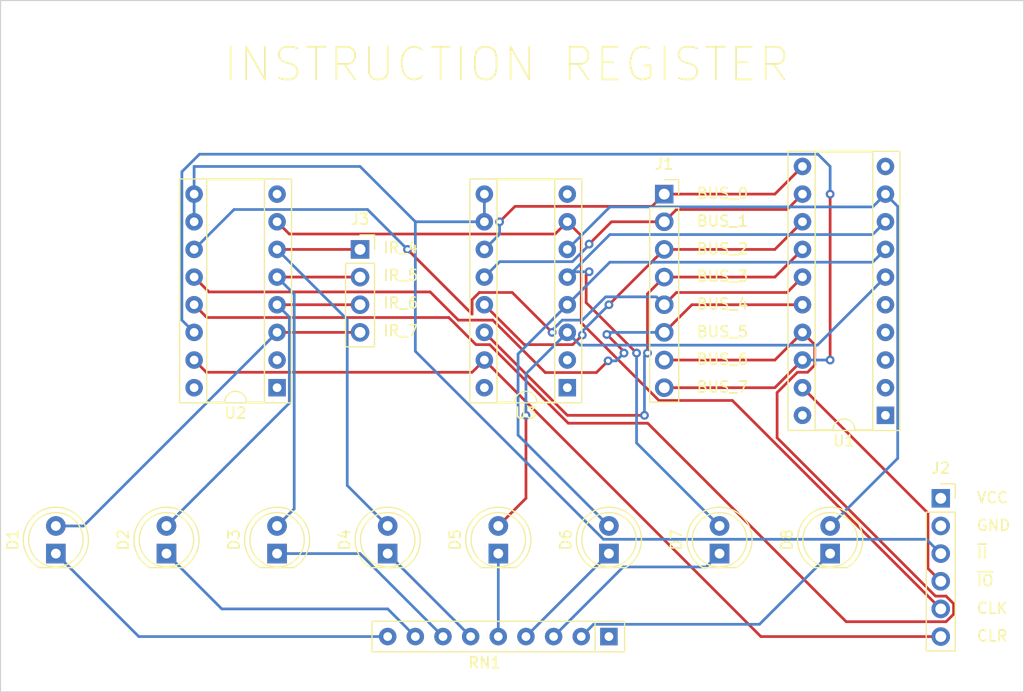
<source format=kicad_pcb>
(kicad_pcb (version 20221018) (generator pcbnew)
  (layers (0 "F.Cu" signal) (1 "In1.Cu" power "GND") (2 "In2.Cu" power "VCC") (31 "B.Cu" signal) (34 "B.Paste" user) (35 "F.Paste" user) (36 "B.SilkS" user "B.Silkscreen") (37 "F.SilkS" user "F.Silkscreen") (38 "B.Mask" user) (39 "F.Mask" user) (44 "Edge.Cuts" user))
  (net 0 "")
  (net 1 "Net-(D1-K)")
  (net 2 "/IR_7")
  (net 3 "Net-(D2-K)")
  (net 4 "/IR_6")
  (net 5 "Net-(D3-K)")
  (net 6 "/IR_5")
  (net 7 "Net-(D4-K)")
  (net 8 "/IR_4")
  (net 9 "Net-(D5-K)")
  (net 10 "Net-(D5-A)")
  (net 11 "Net-(D6-K)")
  (net 12 "Net-(D6-A)")
  (net 13 "Net-(D7-K)")
  (net 14 "Net-(D7-A)")
  (net 15 "Net-(D8-K)")
  (net 16 "Net-(D8-A)")
  (net 17 "/BUS_0")
  (net 18 "/BUS_1")
  (net 19 "/BUS_2")
  (net 20 "/BUS_3")
  (net 21 "/BUS_4")
  (net 22 "/BUS_5")
  (net 23 "/BUS_6")
  (net 24 "/BUS_7")
  (net 25 "/~{II}")
  (net 26 "/~{IO}")
  (net 27 "/CLK")
  (net 28 "/CLR")
  (net 33 "/VCC")
  (net 34 "/GND")
  (footprint "LED_THT:LED_D5.0mm" (layer "F.Cu") (at 149.86 81.28 90)
    (fp_text reference "D5" (at 1.27 -3.96 90) (layer "F.SilkS"))
    (fp_text value "YELLOW")
    (fp_line (start -1.29 -1.545) (end -1.29 1.545) (stroke (width 0.12)) (layer "F.SilkS"))
    (fp_arc (start -1.29 -1.54483) (mid 2.072002 -2.880433) (end 4.26 0.000462) (stroke (width 0.12)) (layer "F.SilkS"))
    (fp_arc (start 4.26 -0.000462) (mid 2.072002 2.880433) (end -1.29 1.54483) (stroke (width 0.12)) (layer "F.SilkS"))
    (fp_circle (center 1.27 0) (end 3.77 0) (stroke (width 0.12)) (fill none) (layer "F.SilkS"))
    (pad "1" thru_hole rect (at 0 0 90) (size 1.8 1.8) (drill 0.9) (layers "*.Cu" "*.Mask") (net 9 "Net-(D5-K)"))
    (pad "2" thru_hole circle (at 2.54 0 90) (size 1.8 1.8) (drill 0.9) (layers "*.Cu" "*.Mask") (net 10 "Net-(D5-A)"))
  )
  (footprint "LED_THT:LED_D5.0mm" (layer "F.Cu") (at 129.54 81.28 90)
    (fp_text reference "D3" (at 1.27 -3.96 90) (layer "F.SilkS"))
    (fp_text value "BLUE")
    (fp_line (start -1.29 -1.545) (end -1.29 1.545) (stroke (width 0.12)) (layer "F.SilkS"))
    (fp_arc (start -1.29 -1.54483) (mid 2.072002 -2.880433) (end 4.26 0.000462) (stroke (width 0.12)) (layer "F.SilkS"))
    (fp_arc (start 4.26 -0.000462) (mid 2.072002 2.880433) (end -1.29 1.54483) (stroke (width 0.12)) (layer "F.SilkS"))
    (fp_circle (center 1.27 0) (end 3.77 0) (stroke (width 0.12)) (fill none) (layer "F.SilkS"))
    (pad "1" thru_hole rect (at 0 0 90) (size 1.8 1.8) (drill 0.9) (layers "*.Cu" "*.Mask") (net 5 "Net-(D3-K)"))
    (pad "2" thru_hole circle (at 2.54 0 90) (size 1.8 1.8) (drill 0.9) (layers "*.Cu" "*.Mask") (net 6 "/IR_5"))
  )
  (footprint "Package_DIP:DIP-16_W7.62mm_Socket" (layer "F.Cu") (at 156.2 66.04 180)
    (fp_text reference "U3" (at 3.81 -2.33) (layer "F.SilkS"))
    (fp_text value "74LS173")
    (fp_line (start -1.33 -1.39) (end -1.33 19.17) (stroke (width 0.12)) (layer "F.SilkS"))
    (fp_line (start -1.33 19.17) (end 8.95 19.17) (stroke (width 0.12)) (layer "F.SilkS"))
    (fp_line (start 1.16 -1.33) (end 1.16 19.11) (stroke (width 0.12)) (layer "F.SilkS"))
    (fp_line (start 1.16 19.11) (end 6.46 19.11) (stroke (width 0.12)) (layer "F.SilkS"))
    (fp_line (start 2.81 -1.33) (end 1.16 -1.33) (stroke (width 0.12)) (layer "F.SilkS"))
    (fp_line (start 6.46 -1.33) (end 4.81 -1.33) (stroke (width 0.12)) (layer "F.SilkS"))
    (fp_line (start 6.46 19.11) (end 6.46 -1.33) (stroke (width 0.12)) (layer "F.SilkS"))
    (fp_line (start 8.95 -1.39) (end -1.33 -1.39) (stroke (width 0.12)) (layer "F.SilkS"))
    (fp_line (start 8.95 19.17) (end 8.95 -1.39) (stroke (width 0.12)) (layer "F.SilkS"))
    (fp_arc (start 4.81 -1.33) (mid 3.81 -0.33) (end 2.81 -1.33) (stroke (width 0.12)) (layer "F.SilkS"))
    (pad "1" thru_hole rect (at 0 0 180) (size 1.6 1.6) (drill 0.8) (layers "*.Cu" "*.Mask") (net 34 "/GND"))
    (pad "2" thru_hole oval (at 0 2.54 180) (size 1.6 1.6) (drill 0.8) (layers "*.Cu" "*.Mask") (net 34 "/GND"))
    (pad "3" thru_hole oval (at 0 5.08 180) (size 1.6 1.6) (drill 0.8) (layers "*.Cu" "*.Mask") (net 10 "Net-(D5-A)"))
    (pad "4" thru_hole oval (at 0 7.62 180) (size 1.6 1.6) (drill 0.8) (layers "*.Cu" "*.Mask") (net 12 "Net-(D6-A)"))
    (pad "5" thru_hole oval (at 0 10.16 180) (size 1.6 1.6) (drill 0.8) (layers "*.Cu" "*.Mask") (net 14 "Net-(D7-A)"))
    (pad "6" thru_hole oval (at 0 12.7 180) (size 1.6 1.6) (drill 0.8) (layers "*.Cu" "*.Mask") (net 16 "Net-(D8-A)"))
    (pad "7" thru_hole oval (at 0 15.24 180) (size 1.6 1.6) (drill 0.8) (layers "*.Cu" "*.Mask") (net 27 "/CLK"))
    (pad "8" thru_hole oval (at 0 17.78 180) (size 1.6 1.6) (drill 0.8) (layers "*.Cu" "*.Mask") (net 34 "/GND"))
    (pad "9" thru_hole oval (at 7.62 17.78 180) (size 1.6 1.6) (drill 0.8) (layers "*.Cu" "*.Mask") (net 25 "/~{II}"))
    (pad "10" thru_hole oval (at 7.62 15.24 180) (size 1.6 1.6) (drill 0.8) (layers "*.Cu" "*.Mask") (net 25 "/~{II}"))
    (pad "11" thru_hole oval (at 7.62 12.7 180) (size 1.6 1.6) (drill 0.8) (layers "*.Cu" "*.Mask") (net 17 "/BUS_0"))
    (pad "12" thru_hole oval (at 7.62 10.16 180) (size 1.6 1.6) (drill 0.8) (layers "*.Cu" "*.Mask") (net 18 "/BUS_1"))
    (pad "13" thru_hole oval (at 7.62 7.62 180) (size 1.6 1.6) (drill 0.8) (layers "*.Cu" "*.Mask") (net 19 "/BUS_2"))
    (pad "14" thru_hole oval (at 7.62 5.08 180) (size 1.6 1.6) (drill 0.8) (layers "*.Cu" "*.Mask") (net 20 "/BUS_3"))
    (pad "15" thru_hole oval (at 7.62 2.54 180) (size 1.6 1.6) (drill 0.8) (layers "*.Cu" "*.Mask") (net 28 "/CLR"))
    (pad "16" thru_hole oval (at 7.62 0 180) (size 1.6 1.6) (drill 0.8) (layers "*.Cu" "*.Mask") (net 33 "/VCC"))
  )
  (footprint "LED_THT:LED_D5.0mm" (layer "F.Cu") (at 160.02 81.28 90)
    (fp_text reference "D6" (at 1.27 -3.96 90) (layer "F.SilkS"))
    (fp_text value "YELLOW")
    (fp_line (start -1.29 -1.545) (end -1.29 1.545) (stroke (width 0.12)) (layer "F.SilkS"))
    (fp_arc (start -1.29 -1.54483) (mid 2.072002 -2.880433) (end 4.26 0.000462) (stroke (width 0.12)) (layer "F.SilkS"))
    (fp_arc (start 4.26 -0.000462) (mid 2.072002 2.880433) (end -1.29 1.54483) (stroke (width 0.12)) (layer "F.SilkS"))
    (fp_circle (center 1.27 0) (end 3.77 0) (stroke (width 0.12)) (fill none) (layer "F.SilkS"))
    (pad "1" thru_hole rect (at 0 0 90) (size 1.8 1.8) (drill 0.9) (layers "*.Cu" "*.Mask") (net 11 "Net-(D6-K)"))
    (pad "2" thru_hole circle (at 2.54 0 90) (size 1.8 1.8) (drill 0.9) (layers "*.Cu" "*.Mask") (net 12 "Net-(D6-A)"))
  )
  (footprint "Package_DIP:DIP-20_W7.62mm_Socket" (layer "F.Cu") (at 185.42 68.58 180)
    (fp_text reference "U1" (at 3.81 -2.33) (layer "F.SilkS"))
    (fp_text value "74LS245")
    (fp_line (start -1.33 -1.39) (end -1.33 24.25) (stroke (width 0.12)) (layer "F.SilkS"))
    (fp_line (start -1.33 24.25) (end 8.95 24.25) (stroke (width 0.12)) (layer "F.SilkS"))
    (fp_line (start 1.16 -1.33) (end 1.16 24.19) (stroke (width 0.12)) (layer "F.SilkS"))
    (fp_line (start 1.16 24.19) (end 6.46 24.19) (stroke (width 0.12)) (layer "F.SilkS"))
    (fp_line (start 2.81 -1.33) (end 1.16 -1.33) (stroke (width 0.12)) (layer "F.SilkS"))
    (fp_line (start 6.46 -1.33) (end 4.81 -1.33) (stroke (width 0.12)) (layer "F.SilkS"))
    (fp_line (start 6.46 24.19) (end 6.46 -1.33) (stroke (width 0.12)) (layer "F.SilkS"))
    (fp_line (start 8.95 -1.39) (end -1.33 -1.39) (stroke (width 0.12)) (layer "F.SilkS"))
    (fp_line (start 8.95 24.25) (end 8.95 -1.39) (stroke (width 0.12)) (layer "F.SilkS"))
    (fp_arc (start 4.81 -1.33) (mid 3.81 -0.33) (end 2.81 -1.33) (stroke (width 0.12)) (layer "F.SilkS"))
    (pad "1" thru_hole rect (at 0 0 180) (size 1.6 1.6) (drill 0.8) (layers "*.Cu" "*.Mask") (net 33 "/VCC"))
    (pad "2" thru_hole oval (at 0 2.54 180) (size 1.6 1.6) (drill 0.8) (layers "*.Cu" "*.Mask"))
    (pad "3" thru_hole oval (at 0 5.08 180) (size 1.6 1.6) (drill 0.8) (layers "*.Cu" "*.Mask"))
    (pad "4" thru_hole oval (at 0 7.62 180) (size 1.6 1.6) (drill 0.8) (layers "*.Cu" "*.Mask"))
    (pad "5" thru_hole oval (at 0 10.16 180) (size 1.6 1.6) (drill 0.8) (layers "*.Cu" "*.Mask"))
    (pad "6" thru_hole oval (at 0 12.7 180) (size 1.6 1.6) (drill 0.8) (layers "*.Cu" "*.Mask") (net 10 "Net-(D5-A)"))
    (pad "7" thru_hole oval (at 0 15.24 180) (size 1.6 1.6) (drill 0.8) (layers "*.Cu" "*.Mask") (net 12 "Net-(D6-A)"))
    (pad "8" thru_hole oval (at 0 17.78 180) (size 1.6 1.6) (drill 0.8) (layers "*.Cu" "*.Mask") (net 14 "Net-(D7-A)"))
    (pad "9" thru_hole oval (at 0 20.32 180) (size 1.6 1.6) (drill 0.8) (layers "*.Cu" "*.Mask") (net 16 "Net-(D8-A)"))
    (pad "10" thru_hole oval (at 0 22.86 180) (size 1.6 1.6) (drill 0.8) (layers "*.Cu" "*.Mask") (net 34 "/GND"))
    (pad "11" thru_hole oval (at 7.62 22.86 180) (size 1.6 1.6) (drill 0.8) (layers "*.Cu" "*.Mask") (net 17 "/BUS_0"))
    (pad "12" thru_hole oval (at 7.62 20.32 180) (size 1.6 1.6) (drill 0.8) (layers "*.Cu" "*.Mask") (net 18 "/BUS_1"))
    (pad "13" thru_hole oval (at 7.62 17.78 180) (size 1.6 1.6) (drill 0.8) (layers "*.Cu" "*.Mask") (net 19 "/BUS_2"))
    (pad "14" thru_hole oval (at 7.62 15.24 180) (size 1.6 1.6) (drill 0.8) (layers "*.Cu" "*.Mask") (net 20 "/BUS_3"))
    (pad "15" thru_hole oval (at 7.62 12.7 180) (size 1.6 1.6) (drill 0.8) (layers "*.Cu" "*.Mask") (net 21 "/BUS_4"))
    (pad "16" thru_hole oval (at 7.62 10.16 180) (size 1.6 1.6) (drill 0.8) (layers "*.Cu" "*.Mask") (net 22 "/BUS_5"))
    (pad "17" thru_hole oval (at 7.62 7.62 180) (size 1.6 1.6) (drill 0.8) (layers "*.Cu" "*.Mask") (net 23 "/BUS_6"))
    (pad "18" thru_hole oval (at 7.62 5.08 180) (size 1.6 1.6) (drill 0.8) (layers "*.Cu" "*.Mask") (net 24 "/BUS_7"))
    (pad "19" thru_hole oval (at 7.62 2.54 180) (size 1.6 1.6) (drill 0.8) (layers "*.Cu" "*.Mask") (net 26 "/~{IO}"))
    (pad "20" thru_hole oval (at 7.62 0 180) (size 1.6 1.6) (drill 0.8) (layers "*.Cu" "*.Mask") (net 33 "/VCC"))
  )
  (footprint "LED_THT:LED_D5.0mm" (layer "F.Cu") (at 119.38 81.28 90)
    (fp_text reference "D2" (at 1.27 -3.96 90) (layer "F.SilkS"))
    (fp_text value "BLUE")
    (fp_line (start -1.29 -1.545) (end -1.29 1.545) (stroke (width 0.12)) (layer "F.SilkS"))
    (fp_arc (start -1.29 -1.54483) (mid 2.072002 -2.880433) (end 4.26 0.000462) (stroke (width 0.12)) (layer "F.SilkS"))
    (fp_arc (start 4.26 -0.000462) (mid 2.072002 2.880433) (end -1.29 1.54483) (stroke (width 0.12)) (layer "F.SilkS"))
    (fp_circle (center 1.27 0) (end 3.77 0) (stroke (width 0.12)) (fill none) (layer "F.SilkS"))
    (pad "1" thru_hole rect (at 0 0 90) (size 1.8 1.8) (drill 0.9) (layers "*.Cu" "*.Mask") (net 3 "Net-(D2-K)"))
    (pad "2" thru_hole circle (at 2.54 0 90) (size 1.8 1.8) (drill 0.9) (layers "*.Cu" "*.Mask") (net 4 "/IR_6"))
  )
  (footprint "Connector_PinSocket_2.54mm:PinSocket_1x08_P2.54mm_Vertical" (layer "F.Cu") (at 165.1 48.26)
    (fp_text reference "J1" (at 0 -2.77) (layer "F.SilkS"))
    (fp_text value "Conn_01x08_Pin" hide)
    (fp_line (start -1.33 1.27) (end -1.33 19.11) (stroke (width 0.12)) (layer "F.SilkS"))
    (fp_line (start -1.33 1.27) (end 1.33 1.27) (stroke (width 0.12)) (layer "F.SilkS"))
    (fp_line (start -1.33 19.11) (end 1.33 19.11) (stroke (width 0.12)) (layer "F.SilkS"))
    (fp_line (start 0 -1.33) (end 1.33 -1.33) (stroke (width 0.12)) (layer "F.SilkS"))
    (fp_line (start 1.33 -1.33) (end 1.33 0) (stroke (width 0.12)) (layer "F.SilkS"))
    (fp_line (start 1.33 1.27) (end 1.33 19.11) (stroke (width 0.12)) (layer "F.SilkS"))
    (pad "1" thru_hole rect (at 0 0) (size 1.7 1.7) (drill 1) (layers "*.Cu" "*.Mask") (net 17 "/BUS_0"))
    (pad "2" thru_hole oval (at 0 2.54) (size 1.7 1.7) (drill 1) (layers "*.Cu" "*.Mask") (net 18 "/BUS_1"))
    (pad "3" thru_hole oval (at 0 5.08) (size 1.7 1.7) (drill 1) (layers "*.Cu" "*.Mask") (net 19 "/BUS_2"))
    (pad "4" thru_hole oval (at 0 7.62) (size 1.7 1.7) (drill 1) (layers "*.Cu" "*.Mask") (net 20 "/BUS_3"))
    (pad "5" thru_hole oval (at 0 10.16) (size 1.7 1.7) (drill 1) (layers "*.Cu" "*.Mask") (net 21 "/BUS_4"))
    (pad "6" thru_hole oval (at 0 12.7) (size 1.7 1.7) (drill 1) (layers "*.Cu" "*.Mask") (net 22 "/BUS_5"))
    (pad "7" thru_hole oval (at 0 15.24) (size 1.7 1.7) (drill 1) (layers "*.Cu" "*.Mask") (net 23 "/BUS_6"))
    (pad "8" thru_hole oval (at 0 17.78) (size 1.7 1.7) (drill 1) (layers "*.Cu" "*.Mask") (net 24 "/BUS_7"))
  )
  (footprint "LED_THT:LED_D5.0mm" (layer "F.Cu") (at 139.7 81.28 90)
    (fp_text reference "D4" (at 1.27 -3.96 90) (layer "F.SilkS"))
    (fp_text value "BLUE")
    (fp_line (start -1.29 -1.545) (end -1.29 1.545) (stroke (width 0.12)) (layer "F.SilkS"))
    (fp_arc (start -1.29 -1.54483) (mid 2.072002 -2.880433) (end 4.26 0.000462) (stroke (width 0.12)) (layer "F.SilkS"))
    (fp_arc (start 4.26 -0.000462) (mid 2.072002 2.880433) (end -1.29 1.54483) (stroke (width 0.12)) (layer "F.SilkS"))
    (fp_circle (center 1.27 0) (end 3.77 0) (stroke (width 0.12)) (fill none) (layer "F.SilkS"))
    (pad "1" thru_hole rect (at 0 0 90) (size 1.8 1.8) (drill 0.9) (layers "*.Cu" "*.Mask") (net 7 "Net-(D4-K)"))
    (pad "2" thru_hole circle (at 2.54 0 90) (size 1.8 1.8) (drill 0.9) (layers "*.Cu" "*.Mask") (net 8 "/IR_4"))
  )
  (footprint "Connector_PinSocket_2.54mm:PinSocket_1x06_P2.54mm_Vertical" (layer "F.Cu") (at 190.5 76.2)
    (fp_text reference "J2" (at 0 -2.77) (layer "F.SilkS"))
    (fp_text value "Conn_01x06_Pin" hide)
    (fp_line (start -1.33 1.27) (end -1.33 14.03) (stroke (width 0.12)) (layer "F.SilkS"))
    (fp_line (start -1.33 1.27) (end 1.33 1.27) (stroke (width 0.12)) (layer "F.SilkS"))
    (fp_line (start -1.33 14.03) (end 1.33 14.03) (stroke (width 0.12)) (layer "F.SilkS"))
    (fp_line (start 0 -1.33) (end 1.33 -1.33) (stroke (width 0.12)) (layer "F.SilkS"))
    (fp_line (start 1.33 -1.33) (end 1.33 0) (stroke (width 0.12)) (layer "F.SilkS"))
    (fp_line (start 1.33 1.27) (end 1.33 14.03) (stroke (width 0.12)) (layer "F.SilkS"))
    (pad "1" thru_hole rect (at 0 0) (size 1.7 1.7) (drill 1) (layers "*.Cu" "*.Mask") (net 33 "/VCC"))
    (pad "2" thru_hole oval (at 0 2.54) (size 1.7 1.7) (drill 1) (layers "*.Cu" "*.Mask") (net 34 "/GND"))
    (pad "3" thru_hole oval (at 0 5.08) (size 1.7 1.7) (drill 1) (layers "*.Cu" "*.Mask") (net 25 "/~{II}"))
    (pad "4" thru_hole oval (at 0 7.62) (size 1.7 1.7) (drill 1) (layers "*.Cu" "*.Mask") (net 26 "/~{IO}"))
    (pad "5" thru_hole oval (at 0 10.16) (size 1.7 1.7) (drill 1) (layers "*.Cu" "*.Mask") (net 27 "/CLK"))
    (pad "6" thru_hole oval (at 0 12.7) (size 1.7 1.7) (drill 1) (layers "*.Cu" "*.Mask") (net 28 "/CLR"))
  )
  (footprint "Package_DIP:DIP-16_W7.62mm_Socket" (layer "F.Cu") (at 129.54 66.04 180)
    (fp_text reference "U2" (at 3.81 -2.33) (layer "F.SilkS"))
    (fp_text value "74LS173")
    (fp_line (start -1.33 -1.39) (end -1.33 19.17) (stroke (width 0.12)) (layer "F.SilkS"))
    (fp_line (start -1.33 19.17) (end 8.95 19.17) (stroke (width 0.12)) (layer "F.SilkS"))
    (fp_line (start 1.16 -1.33) (end 1.16 19.11) (stroke (width 0.12)) (layer "F.SilkS"))
    (fp_line (start 1.16 19.11) (end 6.46 19.11) (stroke (width 0.12)) (layer "F.SilkS"))
    (fp_line (start 2.81 -1.33) (end 1.16 -1.33) (stroke (width 0.12)) (layer "F.SilkS"))
    (fp_line (start 6.46 -1.33) (end 4.81 -1.33) (stroke (width 0.12)) (layer "F.SilkS"))
    (fp_line (start 6.46 19.11) (end 6.46 -1.33) (stroke (width 0.12)) (layer "F.SilkS"))
    (fp_line (start 8.95 -1.39) (end -1.33 -1.39) (stroke (width 0.12)) (layer "F.SilkS"))
    (fp_line (start 8.95 19.17) (end 8.95 -1.39) (stroke (width 0.12)) (layer "F.SilkS"))
    (fp_arc (start 4.81 -1.33) (mid 3.81 -0.33) (end 2.81 -1.33) (stroke (width 0.12)) (layer "F.SilkS"))
    (pad "1" thru_hole rect (at 0 0 180) (size 1.6 1.6) (drill 0.8) (layers "*.Cu" "*.Mask") (net 34 "/GND"))
    (pad "2" thru_hole oval (at 0 2.54 180) (size 1.6 1.6) (drill 0.8) (layers "*.Cu" "*.Mask") (net 34 "/GND"))
    (pad "3" thru_hole oval (at 0 5.08 180) (size 1.6 1.6) (drill 0.8) (layers "*.Cu" "*.Mask") (net 2 "/IR_7"))
    (pad "4" thru_hole oval (at 0 7.62 180) (size 1.6 1.6) (drill 0.8) (layers "*.Cu" "*.Mask") (net 4 "/IR_6"))
    (pad "5" thru_hole oval (at 0 10.16 180) (size 1.6 1.6) (drill 0.8) (layers "*.Cu" "*.Mask") (net 6 "/IR_5"))
    (pad "6" thru_hole oval (at 0 12.7 180) (size 1.6 1.6) (drill 0.8) (layers "*.Cu" "*.Mask") (net 8 "/IR_4"))
    (pad "7" thru_hole oval (at 0 15.24 180) (size 1.6 1.6) (drill 0.8) (layers "*.Cu" "*.Mask") (net 27 "/CLK"))
    (pad "8" thru_hole oval (at 0 17.78 180) (size 1.6 1.6) (drill 0.8) (layers "*.Cu" "*.Mask") (net 34 "/GND"))
    (pad "9" thru_hole oval (at 7.62 17.78 180) (size 1.6 1.6) (drill 0.8) (layers "*.Cu" "*.Mask") (net 25 "/~{II}"))
    (pad "10" thru_hole oval (at 7.62 15.24 180) (size 1.6 1.6) (drill 0.8) (layers "*.Cu" "*.Mask") (net 25 "/~{II}"))
    (pad "11" thru_hole oval (at 7.62 12.7 180) (size 1.6 1.6) (drill 0.8) (layers "*.Cu" "*.Mask") (net 21 "/BUS_4"))
    (pad "12" thru_hole oval (at 7.62 10.16 180) (size 1.6 1.6) (drill 0.8) (layers "*.Cu" "*.Mask") (net 22 "/BUS_5"))
    (pad "13" thru_hole oval (at 7.62 7.62 180) (size 1.6 1.6) (drill 0.8) (layers "*.Cu" "*.Mask") (net 23 "/BUS_6"))
    (pad "14" thru_hole oval (at 7.62 5.08 180) (size 1.6 1.6) (drill 0.8) (layers "*.Cu" "*.Mask") (net 24 "/BUS_7"))
    (pad "15" thru_hole oval (at 7.62 2.54 180) (size 1.6 1.6) (drill 0.8) (layers "*.Cu" "*.Mask") (net 28 "/CLR"))
    (pad "16" thru_hole oval (at 7.62 0 180) (size 1.6 1.6) (drill 0.8) (layers "*.Cu" "*.Mask") (net 33 "/VCC"))
  )
  (footprint "LED_THT:LED_D5.0mm" (layer "F.Cu") (at 109.22 81.28 90)
    (fp_text reference "D1" (at 1.27 -3.96 90) (layer "F.SilkS"))
    (fp_text value "BLUE")
    (fp_line (start -1.29 -1.545) (end -1.29 1.545) (stroke (width 0.12)) (layer "F.SilkS"))
    (fp_arc (start -1.29 -1.54483) (mid 2.072002 -2.880433) (end 4.26 0.000462) (stroke (width 0.12)) (layer "F.SilkS"))
    (fp_arc (start 4.26 -0.000462) (mid 2.072002 2.880433) (end -1.29 1.54483) (stroke (width 0.12)) (layer "F.SilkS"))
    (fp_circle (center 1.27 0) (end 3.77 0) (stroke (width 0.12)) (fill none) (layer "F.SilkS"))
    (pad "1" thru_hole rect (at 0 0 90) (size 1.8 1.8) (drill 0.9) (layers "*.Cu" "*.Mask") (net 1 "Net-(D1-K)"))
    (pad "2" thru_hole circle (at 2.54 0 90) (size 1.8 1.8) (drill 0.9) (layers "*.Cu" "*.Mask") (net 2 "/IR_7"))
  )
  (footprint "Resistor_THT:R_Array_SIP9" (layer "F.Cu") (at 160.02 88.9 180)
    (fp_text reference "RN1" (at 11.43 -2.4) (layer "F.SilkS"))
    (fp_text value "220")
    (fp_line (start -1.44 -1.4) (end -1.44 1.4) (stroke (width 0.12)) (layer "F.SilkS"))
    (fp_line (start -1.44 1.4) (end 21.76 1.4) (stroke (width 0.12)) (layer "F.SilkS"))
    (fp_line (start 1.27 -1.4) (end 1.27 1.4) (stroke (width 0.12)) (layer "F.SilkS"))
    (fp_line (start 21.76 -1.4) (end -1.44 -1.4) (stroke (width 0.12)) (layer "F.SilkS"))
    (fp_line (start 21.76 1.4) (end 21.76 -1.4) (stroke (width 0.12)) (layer "F.SilkS"))
    (pad "1" thru_hole rect (at 0 0 180) (size 1.6 1.6) (drill 0.8) (layers "*.Cu" "*.Mask") (net 34 "/GND"))
    (pad "2" thru_hole oval (at 2.54 0 180) (size 1.6 1.6) (drill 0.8) (layers "*.Cu" "*.Mask") (net 15 "Net-(D8-K)"))
    (pad "3" thru_hole oval (at 5.08 0 180) (size 1.6 1.6) (drill 0.8) (layers "*.Cu" "*.Mask") (net 13 "Net-(D7-K)"))
    (pad "4" thru_hole oval (at 7.62 0 180) (size 1.6 1.6) (drill 0.8) (layers "*.Cu" "*.Mask") (net 11 "Net-(D6-K)"))
    (pad "5" thru_hole oval (at 10.16 0 180) (size 1.6 1.6) (drill 0.8) (layers "*.Cu" "*.Mask") (net 9 "Net-(D5-K)"))
    (pad "6" thru_hole oval (at 12.7 0 180) (size 1.6 1.6) (drill 0.8) (layers "*.Cu" "*.Mask") (net 7 "Net-(D4-K)"))
    (pad "7" thru_hole oval (at 15.24 0 180) (size 1.6 1.6) (drill 0.8) (layers "*.Cu" "*.Mask") (net 5 "Net-(D3-K)"))
    (pad "8" thru_hole oval (at 17.78 0 180) (size 1.6 1.6) (drill 0.8) (layers "*.Cu" "*.Mask") (net 3 "Net-(D2-K)"))
    (pad "9" thru_hole oval (at 20.32 0 180) (size 1.6 1.6) (drill 0.8) (layers "*.Cu" "*.Mask") (net 1 "Net-(D1-K)"))
  )
  (footprint "LED_THT:LED_D5.0mm" (layer "F.Cu") (at 170.18 81.28 90)
    (fp_text reference "D7" (at 1.27 -3.96 90) (layer "F.SilkS"))
    (fp_text value "YELLOW")
    (fp_line (start -1.29 -1.545) (end -1.29 1.545) (stroke (width 0.12)) (layer "F.SilkS"))
    (fp_arc (start -1.29 -1.54483) (mid 2.072002 -2.880433) (end 4.26 0.000462) (stroke (width 0.12)) (layer "F.SilkS"))
    (fp_arc (start 4.26 -0.000462) (mid 2.072002 2.880433) (end -1.29 1.54483) (stroke (width 0.12)) (layer "F.SilkS"))
    (fp_circle (center 1.27 0) (end 3.77 0) (stroke (width 0.12)) (fill none) (layer "F.SilkS"))
    (pad "1" thru_hole rect (at 0 0 90) (size 1.8 1.8) (drill 0.9) (layers "*.Cu" "*.Mask") (net 13 "Net-(D7-K)"))
    (pad "2" thru_hole circle (at 2.54 0 90) (size 1.8 1.8) (drill 0.9) (layers "*.Cu" "*.Mask") (net 14 "Net-(D7-A)"))
  )
  (footprint "Connector_PinSocket_2.54mm:PinSocket_1x04_P2.54mm_Vertical" (layer "F.Cu") (at 137.16 53.34)
    (fp_text reference "J3" (at 0 -2.77) (layer "F.SilkS"))
    (fp_text value "Conn_01x04_Pin" hide)
    (fp_line (start -1.33 1.27) (end -1.33 8.95) (stroke (width 0.12)) (layer "F.SilkS"))
    (fp_line (start -1.33 1.27) (end 1.33 1.27) (stroke (width 0.12)) (layer "F.SilkS"))
    (fp_line (start -1.33 8.95) (end 1.33 8.95) (stroke (width 0.12)) (layer "F.SilkS"))
    (fp_line (start 0 -1.33) (end 1.33 -1.33) (stroke (width 0.12)) (layer "F.SilkS"))
    (fp_line (start 1.33 -1.33) (end 1.33 0) (stroke (width 0.12)) (layer "F.SilkS"))
    (fp_line (start 1.33 1.27) (end 1.33 8.95) (stroke (width 0.12)) (layer "F.SilkS"))
    (pad "1" thru_hole rect (at 0 0) (size 1.7 1.7) (drill 1) (layers "*.Cu" "*.Mask") (net 8 "/IR_4"))
    (pad "2" thru_hole oval (at 0 2.54) (size 1.7 1.7) (drill 1) (layers "*.Cu" "*.Mask") (net 6 "/IR_5"))
    (pad "3" thru_hole oval (at 0 5.08) (size 1.7 1.7) (drill 1) (layers "*.Cu" "*.Mask") (net 4 "/IR_6"))
    (pad "4" thru_hole oval (at 0 7.62) (size 1.7 1.7) (drill 1) (layers "*.Cu" "*.Mask") (net 2 "/IR_7"))
  )
  (footprint "LED_THT:LED_D5.0mm" (layer "F.Cu") (at 180.34 81.28 90)
    (fp_text reference "D8" (at 1.27 -3.96 90) (layer "F.SilkS"))
    (fp_text value "YELLOW")
    (fp_line (start -1.29 -1.545) (end -1.29 1.545) (stroke (width 0.12)) (layer "F.SilkS"))
    (fp_arc (start -1.29 -1.54483) (mid 2.072002 -2.880433) (end 4.26 0.000462) (stroke (width 0.12)) (layer "F.SilkS"))
    (fp_arc (start 4.26 -0.000462) (mid 2.072002 2.880433) (end -1.29 1.54483) (stroke (width 0.12)) (layer "F.SilkS"))
    (fp_circle (center 1.27 0) (end 3.77 0) (stroke (width 0.12)) (fill none) (layer "F.SilkS"))
    (pad "1" thru_hole rect (at 0 0 90) (size 1.8 1.8) (drill 0.9) (layers "*.Cu" "*.Mask") (net 15 "Net-(D8-K)"))
    (pad "2" thru_hole circle (at 2.54 0 90) (size 1.8 1.8) (drill 0.9) (layers "*.Cu" "*.Mask") (net 16 "Net-(D8-A)"))
  )
  (gr_rect (start 104.14 30.48) (end 198.12 93.98) (stroke (width 0.1)) (fill none) (layer "Edge.Cuts"))
  (gr_text "VCC\n" (at 193.722861 76.726273) (layer "F.SilkS") (effects (font (size 1 1)) (justify left bottom)))
  (gr_text "~{II}" (at 193.722861 81.806273) (layer "F.SilkS") (effects (font (size 1 1)) (justify left bottom)))
  (gr_text "BUS_4" (at 167.993603 58.937558) (layer "F.SilkS") (effects (font (size 1 1)) (justify left bottom)))
  (gr_text "CLK" (at 193.722861 86.886273) (layer "F.SilkS") (effects (font (size 1 1)) (justify left bottom)))
  (gr_text "BUS_6" (at 167.993603 64.017558) (layer "F.SilkS") (effects (font (size 1 1)) (justify left bottom)))
  (gr_text "GND" (at 193.722861 79.266273) (layer "F.SilkS") (effects (font (size 1 1)) (justify left bottom)))
  (gr_text "BUS_3" (at 167.993603 56.397558) (layer "F.SilkS") (effects (font (size 1 1)) (justify left bottom)))
  (gr_text "~{IO}" (at 193.722861 84.346273) (layer "F.SilkS") (effects (font (size 1 1)) (justify left bottom)))
  (gr_text "CLR" (at 193.722861 89.426273) (layer "F.SilkS") (effects (font (size 1 1)) (justify left bottom)))
  (gr_text "IR_4" (at 142.593154 53.767091) (layer "F.SilkS") (effects (font (size 1 1)) (justify right bottom)))
  (gr_text "BUS_5" (at 167.993603 61.477558) (layer "F.SilkS") (effects (font (size 1 1)) (justify left bottom)))
  (gr_text "BUS_7" (at 167.993603 66.557558) (layer "F.SilkS") (effects (font (size 1 1)) (justify left bottom)))
  (gr_text "BUS_0" (at 167.993603 48.777558) (layer "F.SilkS") (effects (font (size 1 1)) (justify left bottom)))
  (gr_text "IR_5\n" (at 142.593154 56.307091) (layer "F.SilkS") (effects (font (size 1 1)) (justify right bottom)))
  (gr_text "IR_6" (at 142.593154 58.847091) (layer "F.SilkS") (effects (font (size 1 1)) (justify right bottom)))
  (gr_text "BUS_2" (at 167.993603 53.857558) (layer "F.SilkS") (effects (font (size 1 1)) (justify left bottom)))
  (gr_text "IR_7" (at 142.593154 61.387091) (layer "F.SilkS") (effects (font (size 1 1)) (justify right bottom)))
  (gr_text "INSTRUCTION REGISTER" (at 124.46 38.1) (layer "F.SilkS") (effects (font (size 3 3)) (justify left bottom)))
  (gr_text "BUS_1" (at 167.993603 51.317558) (layer "F.SilkS") (effects (font (size 1 1)) (justify left bottom)))
  (segment (start 116.84 88.9) (end 139.7 88.9) (width 0.25) (layer "B.Cu") (net 1))
  (segment (start 109.22 81.28) (end 116.84 88.9) (width 0.25) (layer "B.Cu") (net 1))
  (segment (start 137.16 60.96) (end 129.54 60.96) (width 0.25) (layer "F.Cu") (net 2))
  (segment (start 109.22 78.74) (end 111.76 78.74) (width 0.25) (layer "B.Cu") (net 2))
  (segment (start 111.76 78.74) (end 129.54 60.96) (width 0.25) (layer "B.Cu") (net 2))
  (segment (start 139.7 86.36) (end 124.46 86.36) (width 0.25) (layer "B.Cu") (net 3))
  (segment (start 142.24 88.9) (end 139.7 86.36) (width 0.25) (layer "B.Cu") (net 3))
  (segment (start 124.46 86.36) (end 119.38 81.28) (width 0.25) (layer "B.Cu") (net 3))
  (segment (start 129.54 58.42) (end 137.16 58.42) (width 0.25) (layer "F.Cu") (net 4))
  (segment (start 119.38 78.74) (end 130.665 67.455) (width 0.25) (layer "B.Cu") (net 4))
  (segment (start 130.665 59.545) (end 129.54 58.42) (width 0.25) (layer "B.Cu") (net 4))
  (segment (start 130.665 67.455) (end 130.665 59.545) (width 0.25) (layer "B.Cu") (net 4))
  (segment (start 137.16 81.28) (end 144.78 88.9) (width 0.25) (layer "B.Cu") (net 5))
  (segment (start 129.54 81.28) (end 137.16 81.28) (width 0.25) (layer "B.Cu") (net 5))
  (segment (start 137.16 55.88) (end 129.54 55.88) (width 0.25) (layer "F.Cu") (net 6))
  (segment (start 129.54 78.74) (end 131.115 77.165) (width 0.25) (layer "B.Cu") (net 6))
  (segment (start 131.115 77.165) (end 131.115 57.455) (width 0.25) (layer "B.Cu") (net 6))
  (segment (start 131.115 57.455) (end 129.54 55.88) (width 0.25) (layer "B.Cu") (net 6))
  (segment (start 147.32 88.9) (end 139.7 81.28) (width 0.25) (layer "B.Cu") (net 7))
  (segment (start 137.16 53.34) (end 129.54 53.34) (width 0.25) (layer "F.Cu") (net 8))
  (segment (start 139.7 78.74) (end 135.985 75.025) (width 0.25) (layer "B.Cu") (net 8))
  (segment (start 135.985 59.785) (end 129.54 53.34) (width 0.25) (layer "B.Cu") (net 8))
  (segment (start 135.985 75.025) (end 135.985 59.785) (width 0.25) (layer "B.Cu") (net 8))
  (segment (start 149.86 81.28) (end 149.86 88.9) (width 0.25) (layer "B.Cu") (net 9))
  (segment (start 152.4 76.2) (end 152.4 68.58) (width 0.25) (layer "F.Cu") (net 10))
  (segment (start 149.86 78.74) (end 152.4 76.2) (width 0.25) (layer "F.Cu") (net 10))
  (via (at 152.4 68.58) (size 0.8) (drill 0.4) (layers "F.Cu" "B.Cu") (net 10))
  (segment (start 179.165 62.135) (end 157.375 62.135) (width 0.25) (layer "B.Cu") (net 10))
  (segment (start 152.4 64.76) (end 156.2 60.96) (width 0.25) (layer "B.Cu") (net 10))
  (segment (start 185.42 55.88) (end 179.165 62.135) (width 0.25) (layer "B.Cu") (net 10))
  (segment (start 157.375 62.135) (end 156.2 60.96) (width 0.25) (layer "B.Cu") (net 10))
  (segment (start 152.4 68.58) (end 152.4 64.76) (width 0.25) (layer "B.Cu") (net 10))
  (segment (start 152.4 88.9) (end 160.02 81.28) (width 0.25) (layer "B.Cu") (net 11))
  (segment (start 184.245 54.515) (end 160.105 54.515) (width 0.25) (layer "B.Cu") (net 12))
  (segment (start 160.02 78.74) (end 151.675 70.395) (width 0.25) (layer "B.Cu") (net 12))
  (segment (start 185.42 53.34) (end 184.245 54.515) (width 0.25) (layer "B.Cu") (net 12))
  (segment (start 151.675 62.945) (end 156.2 58.42) (width 0.25) (layer "B.Cu") (net 12))
  (segment (start 160.105 54.515) (end 156.2 58.42) (width 0.25) (layer "B.Cu") (net 12))
  (segment (start 151.675 70.395) (end 151.675 62.945) (width 0.25) (layer "B.Cu") (net 12))
  (segment (start 170.18 81.28) (end 168.955 82.505) (width 0.25) (layer "B.Cu") (net 13))
  (segment (start 168.955 82.505) (end 161.335 82.505) (width 0.25) (layer "B.Cu") (net 13))
  (segment (start 161.335 82.505) (end 154.94 88.9) (width 0.25) (layer "B.Cu") (net 13))
  (segment (start 157.93 58.2295) (end 157.93 55.665402) (width 0.25) (layer "F.Cu") (net 14))
  (segment (start 157.93 55.665402) (end 158.2045 55.390902) (width 0.25) (layer "F.Cu") (net 14))
  (segment (start 162.56 62.8595) (end 157.93 58.2295) (width 0.25) (layer "F.Cu") (net 14))
  (via (at 162.56 62.8595) (size 0.8) (drill 0.4) (layers "F.Cu" "B.Cu") (net 14))
  (via (at 158.2045 55.390902) (size 0.8) (drill 0.4) (layers "F.Cu" "B.Cu") (net 14))
  (segment (start 160.105 51.975) (end 156.2 55.88) (width 0.25) (layer "B.Cu") (net 14))
  (segment (start 170.18 78.74) (end 162.56 71.12) (width 0.25) (layer "B.Cu") (net 14))
  (segment (start 162.56 71.12) (end 162.56 62.8595) (width 0.25) (layer "B.Cu") (net 14))
  (segment (start 185.42 50.8) (end 184.245 51.975) (width 0.25) (layer "B.Cu") (net 14))
  (segment (start 158.2045 55.390902) (end 156.689098 55.390902) (width 0.25) (layer "B.Cu") (net 14))
  (segment (start 184.245 51.975) (end 160.105 51.975) (width 0.25) (layer "B.Cu") (net 14))
  (segment (start 156.689098 55.390902) (end 156.2 55.88) (width 0.25) (layer "B.Cu") (net 14))
  (segment (start 157.48 88.9) (end 158.605 87.775) (width 0.25) (layer "B.Cu") (net 15))
  (segment (start 158.605 87.775) (end 173.845 87.775) (width 0.25) (layer "B.Cu") (net 15))
  (segment (start 173.845 87.775) (end 180.34 81.28) (width 0.25) (layer "B.Cu") (net 15))
  (segment (start 184.245 49.435) (end 160.105 49.435) (width 0.25) (layer "B.Cu") (net 16))
  (segment (start 186.545 72.535) (end 180.34 78.74) (width 0.25) (layer "B.Cu") (net 16))
  (segment (start 160.105 49.435) (end 156.2 53.34) (width 0.25) (layer "B.Cu") (net 16))
  (segment (start 186.545 49.385) (end 186.545 72.535) (width 0.25) (layer "B.Cu") (net 16))
  (segment (start 185.42 48.26) (end 184.245 49.435) (width 0.25) (layer "B.Cu") (net 16))
  (segment (start 185.42 48.26) (end 186.545 49.385) (width 0.25) (layer "B.Cu") (net 16))
  (segment (start 163.975 49.385) (end 151.394503 49.385) (width 0.25) (layer "F.Cu") (net 17))
  (segment (start 165.1 48.26) (end 175.26 48.26) (width 0.25) (layer "F.Cu") (net 17))
  (segment (start 165.1 48.26) (end 163.975 49.385) (width 0.25) (layer "F.Cu") (net 17))
  (segment (start 175.26 48.26) (end 177.8 45.72) (width 0.25) (layer "F.Cu") (net 17))
  (segment (start 151.394503 49.385) (end 149.979503 50.8) (width 0.25) (layer "F.Cu") (net 17))
  (via (at 149.979503 50.8) (size 0.8) (drill 0.4) (layers "F.Cu" "B.Cu") (net 17))
  (segment (start 149.979503 50.8) (end 149.979503 51.940497) (width 0.25) (layer "B.Cu") (net 17))
  (segment (start 149.979503 51.940497) (end 148.58 53.34) (width 0.25) (layer "B.Cu") (net 17))
  (segment (start 166.225 49.675) (end 176.385 49.675) (width 0.25) (layer "F.Cu") (net 18))
  (segment (start 165.1 50.8) (end 160.255402 50.8) (width 0.25) (layer "F.Cu") (net 18))
  (segment (start 160.255402 50.8) (end 158.2045 52.850902) (width 0.25) (layer "F.Cu") (net 18))
  (segment (start 176.385 49.675) (end 177.8 48.26) (width 0.25) (layer "F.Cu") (net 18))
  (segment (start 165.1 50.8) (end 166.225 49.675) (width 0.25) (layer "F.Cu") (net 18))
  (via (at 158.2045 52.850902) (size 0.8) (drill 0.4) (layers "F.Cu" "B.Cu") (net 18))
  (segment (start 156.665991 54.465) (end 149.995 54.465) (width 0.25) (layer "B.Cu") (net 18))
  (segment (start 158.2045 52.926491) (end 156.665991 54.465) (width 0.25) (layer "B.Cu") (net 18))
  (segment (start 149.995 54.465) (end 148.58 55.88) (width 0.25) (layer "B.Cu") (net 18))
  (segment (start 158.2045 52.850902) (end 158.2045 52.926491) (width 0.25) (layer "B.Cu") (net 18))
  (segment (start 156.697321 62.085) (end 152.245 62.085) (width 0.25) (layer "F.Cu") (net 19))
  (segment (start 152.245 62.085) (end 148.58 58.42) (width 0.25) (layer "F.Cu") (net 19))
  (segment (start 157.578011 61.20431) (end 156.697321 62.085) (width 0.25) (layer "F.Cu") (net 19))
  (segment (start 165.1 53.34) (end 175.26 53.34) (width 0.25) (layer "F.Cu") (net 19))
  (segment (start 165.1 53.34) (end 160.02 58.42) (width 0.25) (layer "F.Cu") (net 19))
  (segment (start 175.26 53.34) (end 177.8 50.8) (width 0.25) (layer "F.Cu") (net 19))
  (via (at 157.578011 61.20431) (size 0.8) (drill 0.4) (layers "F.Cu" "B.Cu") (net 19))
  (via (at 160.02 58.42) (size 0.8) (drill 0.4) (layers "F.Cu" "B.Cu") (net 19))
  (segment (start 157.578011 60.861989) (end 157.578011 61.20431) (width 0.25) (layer "B.Cu") (net 19))
  (segment (start 160.02 58.42) (end 157.578011 60.861989) (width 0.25) (layer "B.Cu") (net 19))
  (segment (start 163.559503 57.420497) (end 163.559503 62.8595) (width 0.25) (layer "F.Cu") (net 20))
  (segment (start 177.8 53.34) (end 175.26 55.88) (width 0.25) (layer "F.Cu") (net 20))
  (segment (start 156.2 68.58) (end 148.58 60.96) (width 0.25) (layer "F.Cu") (net 20))
  (segment (start 165.1 55.88) (end 163.559503 57.420497) (width 0.25) (layer "F.Cu") (net 20))
  (segment (start 175.26 55.88) (end 165.1 55.88) (width 0.25) (layer "F.Cu") (net 20))
  (segment (start 163.2845 68.58) (end 156.2 68.58) (width 0.25) (layer "F.Cu") (net 20))
  (via (at 163.559503 62.8595) (size 0.8) (drill 0.4) (layers "F.Cu" "B.Cu") (net 20))
  (via (at 163.2845 68.58) (size 0.8) (drill 0.4) (layers "F.Cu" "B.Cu") (net 20))
  (segment (start 163.2845 63.134503) (end 163.2845 68.58) (width 0.25) (layer "B.Cu") (net 20))
  (segment (start 163.559503 62.8595) (end 163.2845 63.134503) (width 0.25) (layer "B.Cu") (net 20))
  (segment (start 165.1 58.42) (end 166.225 57.295) (width 0.25) (layer "F.Cu") (net 21))
  (segment (start 151.135497 57.295) (end 154.800497 60.96) (width 0.25) (layer "F.Cu") (net 21))
  (segment (start 141.5155 53.34) (end 147.455 59.2795) (width 0.25) (layer "F.Cu") (net 21))
  (segment (start 147.455 57.954009) (end 148.114009 57.295) (width 0.25) (layer "F.Cu") (net 21))
  (segment (start 166.225 57.295) (end 176.385 57.295) (width 0.25) (layer "F.Cu") (net 21))
  (segment (start 147.455 59.2795) (end 147.455 57.954009) (width 0.25) (layer "F.Cu") (net 21))
  (segment (start 148.114009 57.295) (end 151.135497 57.295) (width 0.25) (layer "F.Cu") (net 21))
  (segment (start 176.385 57.295) (end 177.8 55.88) (width 0.25) (layer "F.Cu") (net 21))
  (via (at 141.5155 53.34) (size 0.8) (drill 0.4) (layers "F.Cu" "B.Cu") (net 21))
  (via (at 154.800497 60.96) (size 0.8) (drill 0.4) (layers "F.Cu" "B.Cu") (net 21))
  (segment (start 157.579695 59.835) (end 159.719695 57.695) (width 0.25) (layer "B.Cu") (net 21))
  (segment (start 155.734009 59.835) (end 157.579695 59.835) (width 0.25) (layer "B.Cu") (net 21))
  (segment (start 121.92 53.34) (end 125.585 49.675) (width 0.25) (layer "B.Cu") (net 21))
  (segment (start 154.800497 60.96) (end 154.800497 60.768512) (width 0.25) (layer "B.Cu") (net 21))
  (segment (start 164.375 57.695) (end 165.1 58.42) (width 0.25) (layer "B.Cu") (net 21))
  (segment (start 159.719695 57.695) (end 164.375 57.695) (width 0.25) (layer "B.Cu") (net 21))
  (segment (start 137.8505 49.675) (end 141.5155 53.34) (width 0.25) (layer "B.Cu") (net 21))
  (segment (start 125.585 49.675) (end 137.8505 49.675) (width 0.25) (layer "B.Cu") (net 21))
  (segment (start 154.800497 60.768512) (end 155.734009 59.835) (width 0.25) (layer "B.Cu") (net 21))
  (segment (start 161.403371 62.727469) (end 159.827951 61.152049) (width 0.25) (layer "F.Cu") (net 22))
  (segment (start 143.605 57.245) (end 146.195 59.835) (width 0.25) (layer "F.Cu") (net 22))
  (segment (start 154.172653 64.649049) (end 158.870952 64.649049) (width 0.25) (layer "F.Cu") (net 22))
  (segment (start 149.358604 59.835) (end 154.172653 64.649049) (width 0.25) (layer "F.Cu") (net 22))
  (segment (start 158.870952 64.649049) (end 159.946851 63.57315) (width 0.25) (layer "F.Cu") (net 22))
  (segment (start 177.8 58.42) (end 167.64 58.42) (width 0.25) (layer "F.Cu") (net 22))
  (segment (start 161.403371 62.8595) (end 161.403371 62.727469) (width 0.25) (layer "F.Cu") (net 22))
  (segment (start 121.92 55.88) (end 123.285 57.245) (width 0.25) (layer "F.Cu") (net 22))
  (segment (start 146.195 59.835) (end 149.358604 59.835) (width 0.25) (layer "F.Cu") (net 22))
  (segment (start 167.64 58.42) (end 165.1 60.96) (width 0.25) (layer "F.Cu") (net 22))
  (segment (start 123.285 57.245) (end 143.605 57.245) (width 0.25) (layer "F.Cu") (net 22))
  (via (at 159.946851 63.57315) (size 0.8) (drill 0.4) (layers "F.Cu" "B.Cu") (net 22))
  (via (at 161.403371 62.8595) (size 0.8) (drill 0.4) (layers "F.Cu" "B.Cu") (net 22))
  (via (at 159.827951 61.152049) (size 0.8) (drill 0.4) (layers "F.Cu" "B.Cu") (net 22))
  (segment (start 159.946851 63.57315) (end 160.689721 63.57315) (width 0.25) (layer "B.Cu") (net 22))
  (segment (start 160.02 60.96) (end 165.1 60.96) (width 0.25) (layer "B.Cu") (net 22))
  (segment (start 160.689721 63.57315) (end 161.403371 62.8595) (width 0.25) (layer "B.Cu") (net 22))
  (segment (start 159.827951 61.152049) (end 160.02 60.96) (width 0.25) (layer "B.Cu") (net 22))
  (segment (start 178.925 62.085) (end 177.8 60.96) (width 0.25) (layer "F.Cu") (net 23))
  (segment (start 165.1 63.5) (end 175.26 63.5) (width 0.25) (layer "F.Cu") (net 23))
  (segment (start 123.095 59.595) (end 145.318604 59.595) (width 0.25) (layer "F.Cu") (net 23))
  (segment (start 178.925 63.965991) (end 178.925 62.085) (width 0.25) (layer "F.Cu") (net 23))
  (segment (start 191.675 86.846701) (end 191.675 85.873299) (width 0.25) (layer "F.Cu") (net 23))
  (segment (start 145.318604 59.595) (end 147.808604 62.085) (width 0.25) (layer "F.Cu") (net 23))
  (segment (start 175.26 63.5) (end 177.8 60.96) (width 0.25) (layer "F.Cu") (net 23))
  (segment (start 156.288604 69.305) (end 163.584805 69.305) (width 0.25) (layer "F.Cu") (net 23))
  (segment (start 163.584805 69.305) (end 181.814805 87.535) (width 0.25) (layer "F.Cu") (net 23))
  (segment (start 175.469009 70.64071) (end 175.469009 66.49) (width 0.25) (layer "F.Cu") (net 23))
  (segment (start 177.334009 64.625) (end 178.265991 64.625) (width 0.25) (layer "F.Cu") (net 23))
  (segment (start 190.013299 85.185) (end 175.469009 70.64071) (width 0.25) (layer "F.Cu") (net 23))
  (segment (start 190.986701 85.185) (end 190.013299 85.185) (width 0.25) (layer "F.Cu") (net 23))
  (segment (start 121.92 58.42) (end 123.095 59.595) (width 0.25) (layer "F.Cu") (net 23))
  (segment (start 149.068604 62.085) (end 156.288604 69.305) (width 0.25) (layer "F.Cu") (net 23))
  (segment (start 190.986701 87.535) (end 191.675 86.846701) (width 0.25) (layer "F.Cu") (net 23))
  (segment (start 147.808604 62.085) (end 149.068604 62.085) (width 0.25) (layer "F.Cu") (net 23))
  (segment (start 175.469009 66.49) (end 177.334009 64.625) (width 0.25) (layer "F.Cu") (net 23))
  (segment (start 191.675 85.873299) (end 190.986701 85.185) (width 0.25) (layer "F.Cu") (net 23))
  (segment (start 178.265991 64.625) (end 178.925 63.965991) (width 0.25) (layer "F.Cu") (net 23))
  (segment (start 181.814805 87.535) (end 190.986701 87.535) (width 0.25) (layer "F.Cu") (net 23))
  (segment (start 177.8 63.5) (end 175.26 66.04) (width 0.25) (layer "F.Cu") (net 24))
  (segment (start 180.34 48.26) (end 180.34 63.5) (width 0.25) (layer "F.Cu") (net 24))
  (segment (start 175.26 66.04) (end 165.1 66.04) (width 0.25) (layer "F.Cu") (net 24))
  (via (at 180.34 48.26) (size 0.8) (drill 0.4) (layers "F.Cu" "B.Cu") (net 24))
  (via (at 180.34 63.5) (size 0.8) (drill 0.4) (layers "F.Cu" "B.Cu") (net 24))
  (segment (start 122.408604 44.595) (end 179.215 44.595) (width 0.25) (layer "B.Cu") (net 24))
  (segment (start 121.92 60.96) (end 120.795 59.835) (width 0.25) (layer "B.Cu") (net 24))
  (segment (start 120.795 46.208604) (end 122.408604 44.595) (width 0.25) (layer "B.Cu") (net 24))
  (segment (start 179.215 44.595) (end 180.34 45.72) (width 0.25) (layer "B.Cu") (net 24))
  (segment (start 180.34 63.5) (end 177.8 63.5) (width 0.25) (layer "B.Cu") (net 24))
  (segment (start 180.34 45.72) (end 180.34 48.26) (width 0.25) (layer "B.Cu") (net 24))
  (segment (start 120.795 59.835) (end 120.795 46.208604) (width 0.25) (layer "B.Cu") (net 24))
  (segment (start 142.24 50.8) (end 137.16 45.72) (width 0.25) (layer "B.Cu") (net 25))
  (segment (start 121.92 45.72) (end 121.92 48.26) (width 0.25) (layer "B.Cu") (net 25))
  (segment (start 190.5 81.28) (end 189.185 79.965) (width 0.25) (layer "B.Cu") (net 25))
  (segment (start 142.24 50.8) (end 148.58 50.8) (width 0.25) (layer "B.Cu") (net 25))
  (segment (start 189.185 79.965) (end 159.512588 79.965) (width 0.25) (layer "B.Cu") (net 25))
  (segment (start 121.92 48.26) (end 121.92 50.8) (width 0.25) (layer "B.Cu") (net 25))
  (segment (start 142.24 62.692412) (end 142.24 50.8) (width 0.25) (layer "B.Cu") (net 25))
  (segment (start 159.512588 79.965) (end 142.24 62.692412) (width 0.25) (layer "B.Cu") (net 25))
  (segment (start 137.16 45.72) (end 121.92 45.72) (width 0.25) (layer "B.Cu") (net 25))
  (segment (start 148.58 50.8) (end 148.58 48.26) (width 0.25) (layer "B.Cu") (net 25))
  (segment (start 177.8 66.04) (end 189.325 77.565) (width 0.25) (layer "F.Cu") (net 26))
  (segment (start 189.325 77.565) (end 189.325 82.645) (width 0.25) (layer "F.Cu") (net 26))
  (segment (start 189.325 82.645) (end 190.5 83.82) (width 0.25) (layer "F.Cu") (net 26))
  (segment (start 157.48 52.08) (end 156.2 50.8) (width 0.25) (layer "F.Cu") (net 27))
  (segment (start 155.075 51.925) (end 130.665 51.925) (width 0.25) (layer "F.Cu") (net 27))
  (segment (start 171.355 67.215) (end 164.613299 67.215) (width 0.25) (layer "F.Cu") (net 27))
  (segment (start 190.5 86.36) (end 171.355 67.215) (width 0.25) (layer "F.Cu") (net 27))
  (segment (start 130.665 51.925) (end 129.54 50.8) (width 0.25) (layer "F.Cu") (net 27))
  (segment (start 164.613299 67.215) (end 157.48 60.081701) (width 0.25) (layer "F.Cu") (net 27))
  (segment (start 157.48 60.081701) (end 157.48 52.08) (width 0.25) (layer "F.Cu") (net 27))
  (segment (start 156.2 50.8) (end 155.075 51.925) (width 0.25) (layer "F.Cu") (net 27))
  (segment (start 173.98 88.9) (end 148.58 63.5) (width 0.25) (layer "F.Cu") (net 28))
  (segment (start 123.045 64.625) (end 121.92 63.5) (width 0.25) (layer "F.Cu") (net 28))
  (segment (start 190.5 88.9) (end 173.98 88.9) (width 0.25) (layer "F.Cu") (net 28))
  (segment (start 148.58 63.5) (end 147.455 64.625) (width 0.25) (layer "F.Cu") (net 28))
  (segment (start 147.455 64.625) (end 123.045 64.625) (width 0.25) (layer "F.Cu") (net 28))
)
</source>
